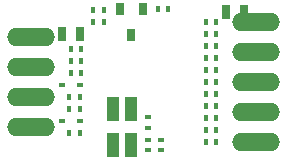
<source format=gbp>
G04 (created by PCBNEW (2013-04-19 BZR 4011)-stable) date 24/08/2014 03:54:09*
%MOIN*%
G04 Gerber Fmt 3.4, Leading zero omitted, Abs format*
%FSLAX34Y34*%
G01*
G70*
G90*
G04 APERTURE LIST*
%ADD10C,2.3622e-006*%
%ADD11R,0.0157X0.0236*%
%ADD12R,0.04X0.08*%
%ADD13R,0.0236X0.0157*%
%ADD14O,0.16X0.06*%
%ADD15R,0.0315X0.0394*%
%ADD16R,0.025X0.045*%
G04 APERTURE END LIST*
G54D10*
G54D11*
X88473Y-63200D03*
X88827Y-63200D03*
G54D12*
X89750Y-66100D03*
X89750Y-67300D03*
X89150Y-67300D03*
X89150Y-66100D03*
G54D11*
X87723Y-64500D03*
X88077Y-64500D03*
X88473Y-62800D03*
X88827Y-62800D03*
X90977Y-62750D03*
X90623Y-62750D03*
X87723Y-64900D03*
X88077Y-64900D03*
X88027Y-66100D03*
X87673Y-66100D03*
G54D13*
X90750Y-67477D03*
X90750Y-67123D03*
X90300Y-66727D03*
X90300Y-66373D03*
G54D11*
X92577Y-66400D03*
X92223Y-66400D03*
X92577Y-65600D03*
X92223Y-65600D03*
X92577Y-67200D03*
X92223Y-67200D03*
X92577Y-65200D03*
X92223Y-65200D03*
X92577Y-63200D03*
X92223Y-63200D03*
X92577Y-64000D03*
X92223Y-64000D03*
X92577Y-63600D03*
X92223Y-63600D03*
X92577Y-64800D03*
X92223Y-64800D03*
X92577Y-66800D03*
X92223Y-66800D03*
X92577Y-66000D03*
X92223Y-66000D03*
X92223Y-64400D03*
X92577Y-64400D03*
X87723Y-64100D03*
X88077Y-64100D03*
G54D14*
X93900Y-63200D03*
X93900Y-64200D03*
X93900Y-65200D03*
X93900Y-66200D03*
X93900Y-67200D03*
X86400Y-63700D03*
X86400Y-64700D03*
X86400Y-65700D03*
X86400Y-66700D03*
G54D13*
X90300Y-67123D03*
X90300Y-67477D03*
G54D15*
X89750Y-63633D03*
X90125Y-62767D03*
X89375Y-62767D03*
G54D16*
X92900Y-62850D03*
X93500Y-62850D03*
X88050Y-63600D03*
X87450Y-63600D03*
G54D11*
X88027Y-66900D03*
X87673Y-66900D03*
X87673Y-65700D03*
X88027Y-65700D03*
G54D13*
X88050Y-66500D03*
X87450Y-66500D03*
X87450Y-65300D03*
X88050Y-65300D03*
M02*

</source>
